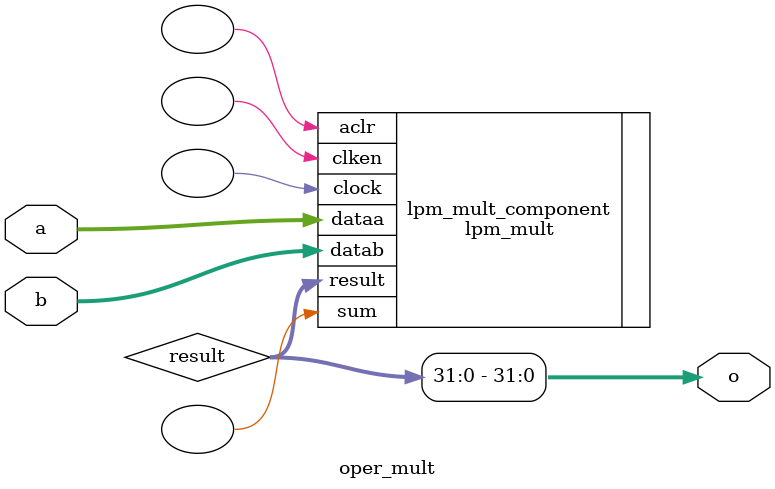
<source format=v>
module oper_mult ( a, b,  o );
	parameter width_a = 32;
	parameter width_b = 32;
	parameter width_o = 32;
	parameter sgate_representation = 1;
	input [width_a-1:0] a;
	input [width_b-1:0] b;
	output [width_o-1:0] o;
	// local parameter
	parameter width_result = (width_o >= width_a + width_b) ? width_o : width_a + width_b;
	wire [width_result-1:0] result;
	initial
	begin
        // check if width_a > 0
        if (width_a <= 0)
        begin
            $display("Error!  width_a must be greater than 0.\n");
            $display ("Time: %0t  Instance: %m", $time);
		end
        // check if width_b > 0
        if (width_b <= 0)
        begin
            $display("Error!  width_b must be greater than 0.\n");
            $display ("Time: %0t  Instance: %m", $time);
		end
        // check if width_o > 0
        if (width_o <= 0)
        begin
            $display("Error!  width_o must be greater than 0.\n");
            $display ("Time: %0t  Instance: %m", $time);
		end
        // check for valid lpm_rep value
        if ((sgate_representation != 1) && (sgate_representation != 0))
        begin
            $display("Error!  sgate_representation value must be 1 (signed) or 0 (unsigned).", $time);
            $display ("Time: %0t  Instance: %m", $time);
		end
	end
	lpm_mult	lpm_mult_component (
				.dataa (a),
				.datab (b),
				.result (result),
			    .sum (),
				.aclr (),
				.clock (),
				.clken ()
				);
	defparam
		lpm_mult_component.lpm_widtha = width_a,
		lpm_mult_component.lpm_widthb = width_b,
		lpm_mult_component.lpm_widthp = width_result,
		lpm_mult_component.lpm_widths = width_result,
		lpm_mult_component.lpm_type = "LPM_MULT",
		lpm_mult_component.lpm_representation = sgate_representation ? "SIGNED" : "UNSIGNED",
		lpm_mult_component.lpm_hint = "MAXIMIZE_SPEED=6";
	assign o[width_o-1:0] = result[width_o-1:0];
endmodule
</source>
